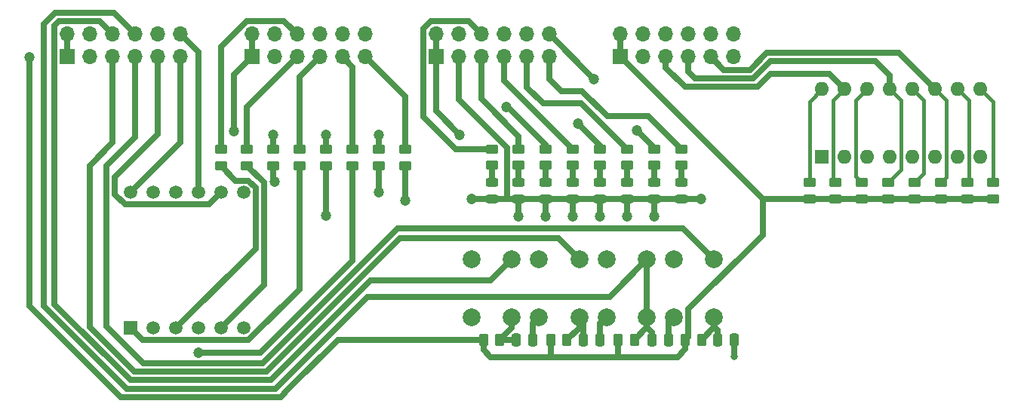
<source format=gtl>
G04 #@! TF.GenerationSoftware,KiCad,Pcbnew,7.0.5*
G04 #@! TF.CreationDate,2023-07-12T21:58:55-04:00*
G04 #@! TF.ProjectId,modulo del FPGA THT,6d6f6475-6c6f-4206-9465-6c2046504741,rev?*
G04 #@! TF.SameCoordinates,Original*
G04 #@! TF.FileFunction,Copper,L1,Top*
G04 #@! TF.FilePolarity,Positive*
%FSLAX46Y46*%
G04 Gerber Fmt 4.6, Leading zero omitted, Abs format (unit mm)*
G04 Created by KiCad (PCBNEW 7.0.5) date 2023-07-12 21:58:55*
%MOMM*%
%LPD*%
G01*
G04 APERTURE LIST*
G04 Aperture macros list*
%AMRoundRect*
0 Rectangle with rounded corners*
0 $1 Rounding radius*
0 $2 $3 $4 $5 $6 $7 $8 $9 X,Y pos of 4 corners*
0 Add a 4 corners polygon primitive as box body*
4,1,4,$2,$3,$4,$5,$6,$7,$8,$9,$2,$3,0*
0 Add four circle primitives for the rounded corners*
1,1,$1+$1,$2,$3*
1,1,$1+$1,$4,$5*
1,1,$1+$1,$6,$7*
1,1,$1+$1,$8,$9*
0 Add four rect primitives between the rounded corners*
20,1,$1+$1,$2,$3,$4,$5,0*
20,1,$1+$1,$4,$5,$6,$7,0*
20,1,$1+$1,$6,$7,$8,$9,0*
20,1,$1+$1,$8,$9,$2,$3,0*%
G04 Aperture macros list end*
G04 #@! TA.AperFunction,SMDPad,CuDef*
%ADD10RoundRect,0.250000X-0.250000X-0.475000X0.250000X-0.475000X0.250000X0.475000X-0.250000X0.475000X0*%
G04 #@! TD*
G04 #@! TA.AperFunction,SMDPad,CuDef*
%ADD11RoundRect,0.243750X0.456250X-0.243750X0.456250X0.243750X-0.456250X0.243750X-0.456250X-0.243750X0*%
G04 #@! TD*
G04 #@! TA.AperFunction,SMDPad,CuDef*
%ADD12RoundRect,0.250000X-0.450000X0.262500X-0.450000X-0.262500X0.450000X-0.262500X0.450000X0.262500X0*%
G04 #@! TD*
G04 #@! TA.AperFunction,SMDPad,CuDef*
%ADD13RoundRect,0.250000X-0.262500X-0.450000X0.262500X-0.450000X0.262500X0.450000X-0.262500X0.450000X0*%
G04 #@! TD*
G04 #@! TA.AperFunction,SMDPad,CuDef*
%ADD14RoundRect,0.250000X0.450000X-0.262500X0.450000X0.262500X-0.450000X0.262500X-0.450000X-0.262500X0*%
G04 #@! TD*
G04 #@! TA.AperFunction,ComponentPad*
%ADD15C,2.000000*%
G04 #@! TD*
G04 #@! TA.AperFunction,ComponentPad*
%ADD16R,1.700000X1.700000*%
G04 #@! TD*
G04 #@! TA.AperFunction,ComponentPad*
%ADD17O,1.700000X1.700000*%
G04 #@! TD*
G04 #@! TA.AperFunction,ComponentPad*
%ADD18R,1.600000X1.600000*%
G04 #@! TD*
G04 #@! TA.AperFunction,ComponentPad*
%ADD19O,1.600000X1.600000*%
G04 #@! TD*
G04 #@! TA.AperFunction,ComponentPad*
%ADD20R,1.500000X1.500000*%
G04 #@! TD*
G04 #@! TA.AperFunction,ComponentPad*
%ADD21C,1.500000*%
G04 #@! TD*
G04 #@! TA.AperFunction,ViaPad*
%ADD22C,1.200000*%
G04 #@! TD*
G04 #@! TA.AperFunction,ViaPad*
%ADD23C,0.800000*%
G04 #@! TD*
G04 #@! TA.AperFunction,Conductor*
%ADD24C,0.700000*%
G04 #@! TD*
G04 #@! TA.AperFunction,Conductor*
%ADD25C,0.400000*%
G04 #@! TD*
G04 APERTURE END LIST*
D10*
X130590000Y-85590000D03*
X132490000Y-85590000D03*
D11*
X123500000Y-69700000D03*
X123500000Y-67825000D03*
D12*
X126540000Y-64117500D03*
X126540000Y-65942500D03*
D11*
X111340000Y-69700000D03*
X111340000Y-67825000D03*
D13*
X104332500Y-85530000D03*
X106157500Y-85530000D03*
D12*
X83725000Y-64165000D03*
X83725000Y-65990000D03*
D14*
X143855000Y-69715000D03*
X143855000Y-67890000D03*
D11*
X114380000Y-69700000D03*
X114380000Y-67825000D03*
D13*
X126992500Y-85530000D03*
X128817500Y-85530000D03*
D14*
X149755000Y-69715000D03*
X149755000Y-67890000D03*
D15*
X103005000Y-83010000D03*
X103005000Y-76510000D03*
X107505000Y-83010000D03*
X107505000Y-76510000D03*
D10*
X115550000Y-85560000D03*
X117450000Y-85560000D03*
X107990000Y-85570000D03*
X109890000Y-85570000D03*
D14*
X140905000Y-69715000D03*
X140905000Y-67890000D03*
D12*
X89625000Y-64165000D03*
X89625000Y-65990000D03*
D14*
X158605000Y-69715000D03*
X158605000Y-67890000D03*
D16*
X119725000Y-53760000D03*
D17*
X119725000Y-51220000D03*
X122265000Y-53760000D03*
X122265000Y-51220000D03*
X124805000Y-53760000D03*
X124805000Y-51220000D03*
X127345000Y-53760000D03*
X127345000Y-51220000D03*
X129885000Y-53760000D03*
X129885000Y-51220000D03*
X132425000Y-53760000D03*
X132425000Y-51220000D03*
D11*
X117420000Y-69700000D03*
X117420000Y-67825000D03*
D12*
X114380000Y-64117500D03*
X114380000Y-65942500D03*
X111340000Y-64117500D03*
X111340000Y-65942500D03*
D13*
X119439166Y-85530000D03*
X121264166Y-85530000D03*
X111885833Y-85530000D03*
X113710833Y-85530000D03*
D18*
X142305000Y-64980000D03*
D19*
X144845000Y-64980000D03*
X147385000Y-64980000D03*
X149925000Y-64980000D03*
X152465000Y-64980000D03*
X155005000Y-64980000D03*
X157545000Y-64980000D03*
X160085000Y-64980000D03*
X160085000Y-57360000D03*
X157545000Y-57360000D03*
X155005000Y-57360000D03*
X152465000Y-57360000D03*
X149925000Y-57360000D03*
X147385000Y-57360000D03*
X144845000Y-57360000D03*
X142305000Y-57360000D03*
D12*
X86675000Y-64165000D03*
X86675000Y-65990000D03*
D10*
X123210000Y-85570000D03*
X125110000Y-85570000D03*
D12*
X80775000Y-64165000D03*
X80775000Y-65990000D03*
X123500000Y-64117500D03*
X123500000Y-65942500D03*
X92575000Y-64165000D03*
X92575000Y-65990000D03*
X117420000Y-64117500D03*
X117420000Y-65942500D03*
D16*
X57655000Y-53760000D03*
D17*
X57655000Y-51220000D03*
X60195000Y-53760000D03*
X60195000Y-51220000D03*
X62735000Y-53760000D03*
X62735000Y-51220000D03*
X65275000Y-53760000D03*
X65275000Y-51220000D03*
X67815000Y-53760000D03*
X67815000Y-51220000D03*
X70355000Y-53760000D03*
X70355000Y-51220000D03*
D20*
X64715000Y-84240000D03*
D21*
X67255000Y-84240000D03*
X69795000Y-84240000D03*
X72335000Y-84240000D03*
X74875000Y-84240000D03*
X77415000Y-84240000D03*
X77415000Y-69000000D03*
X74875000Y-69000000D03*
X72335000Y-69000000D03*
X69795000Y-69000000D03*
X67255000Y-69000000D03*
X64715000Y-69000000D03*
D12*
X108300000Y-64117500D03*
X108300000Y-65942500D03*
D14*
X155655000Y-69715000D03*
X155655000Y-67890000D03*
X146805000Y-69715000D03*
X146805000Y-67890000D03*
D12*
X95525000Y-64165000D03*
X95525000Y-65990000D03*
D14*
X152705000Y-69715000D03*
X152705000Y-67890000D03*
D15*
X118158332Y-83010000D03*
X118158332Y-76510000D03*
X122658332Y-83010000D03*
X122658332Y-76510000D03*
D12*
X74875000Y-64165000D03*
X74875000Y-65990000D03*
D16*
X78345000Y-53760000D03*
D17*
X78345000Y-51220000D03*
X80885000Y-53760000D03*
X80885000Y-51220000D03*
X83425000Y-53760000D03*
X83425000Y-51220000D03*
X85965000Y-53760000D03*
X85965000Y-51220000D03*
X88505000Y-53760000D03*
X88505000Y-51220000D03*
X91045000Y-53760000D03*
X91045000Y-51220000D03*
D14*
X161555000Y-69715000D03*
X161555000Y-67890000D03*
D11*
X108300000Y-69700000D03*
X108300000Y-67825000D03*
D15*
X125735000Y-83010000D03*
X125735000Y-76510000D03*
X130235000Y-83010000D03*
X130235000Y-76510000D03*
D12*
X77825000Y-64165000D03*
X77825000Y-65990000D03*
X105260000Y-64117500D03*
X105260000Y-65942500D03*
D11*
X126540000Y-69700000D03*
X126540000Y-67825000D03*
D12*
X120460000Y-64117500D03*
X120460000Y-65942500D03*
D11*
X120460000Y-69700000D03*
X120460000Y-67825000D03*
X105260000Y-69700000D03*
X105260000Y-67825000D03*
D15*
X110581666Y-83010000D03*
X110581666Y-76510000D03*
X115081666Y-83010000D03*
X115081666Y-76510000D03*
D16*
X99035000Y-53760000D03*
D17*
X99035000Y-51220000D03*
X101575000Y-53760000D03*
X101575000Y-51220000D03*
X104115000Y-53760000D03*
X104115000Y-51220000D03*
X106655000Y-53760000D03*
X106655000Y-51220000D03*
X109195000Y-53760000D03*
X109195000Y-51220000D03*
X111735000Y-53760000D03*
X111735000Y-51220000D03*
D22*
X103055000Y-69700000D03*
X120465000Y-71650000D03*
X111335000Y-71650000D03*
X117425000Y-71650000D03*
X114385000Y-71650000D03*
D23*
X132470000Y-87430000D03*
D22*
X108295000Y-71660000D03*
X128735000Y-69700000D03*
X123495000Y-71650000D03*
X76335000Y-62080000D03*
X101675000Y-62490000D03*
X53435000Y-53800000D03*
X80775000Y-62520000D03*
X86675000Y-62520000D03*
X92575000Y-62530000D03*
X106925000Y-59420000D03*
X114965000Y-61220000D03*
X121595000Y-62030000D03*
X116745000Y-56230000D03*
X95525000Y-69920000D03*
X92605000Y-68990000D03*
X72345000Y-86980000D03*
X86675000Y-71549500D03*
X80909198Y-67767340D03*
D24*
X123500000Y-69700000D02*
X123500000Y-71645000D01*
X106999999Y-69664999D02*
X107035000Y-69700000D01*
X126540000Y-69700000D02*
X128735000Y-69700000D01*
X101575000Y-53760000D02*
X101575000Y-58510000D01*
X117420000Y-71645000D02*
X117425000Y-71650000D01*
X105260000Y-69700000D02*
X103055000Y-69700000D01*
X132470000Y-85610000D02*
X132490000Y-85590000D01*
X117450000Y-85560000D02*
X117450000Y-83718332D01*
X114380000Y-71645000D02*
X114385000Y-71650000D01*
X108300000Y-71655000D02*
X108295000Y-71660000D01*
X109890000Y-83701666D02*
X110581666Y-83010000D01*
X107035000Y-69700000D02*
X105260000Y-69700000D01*
X117450000Y-83718332D02*
X118158332Y-83010000D01*
X125110000Y-83635000D02*
X125735000Y-83010000D01*
X123500000Y-71645000D02*
X123495000Y-71650000D01*
X106999999Y-63934999D02*
X106999999Y-69664999D01*
X111340000Y-69700000D02*
X111340000Y-71645000D01*
X125110000Y-85570000D02*
X125110000Y-83635000D01*
X114380000Y-69700000D02*
X114380000Y-71645000D01*
X120460000Y-69700000D02*
X120460000Y-71645000D01*
X111340000Y-71645000D02*
X111335000Y-71650000D01*
X120460000Y-71645000D02*
X120465000Y-71650000D01*
X132470000Y-87430000D02*
X132470000Y-85610000D01*
X101575000Y-58510000D02*
X106999999Y-63934999D01*
X109890000Y-85570000D02*
X109890000Y-83701666D01*
X126540000Y-69700000D02*
X107035000Y-69700000D01*
X108300000Y-69700000D02*
X108300000Y-71655000D01*
X117420000Y-69700000D02*
X117420000Y-71645000D01*
X105260000Y-65942500D02*
X105260000Y-67825000D01*
X108300000Y-67825000D02*
X108300000Y-65942500D01*
X111340000Y-65942500D02*
X111340000Y-67825000D01*
X114380000Y-67825000D02*
X114380000Y-65942500D01*
X117420000Y-65942500D02*
X117420000Y-67825000D01*
X120460000Y-67825000D02*
X120460000Y-65942500D01*
X123500000Y-65942500D02*
X123500000Y-67825000D01*
X126540000Y-67825000D02*
X126540000Y-65942500D01*
X99035000Y-51220000D02*
X99035000Y-53760000D01*
X76335000Y-55770000D02*
X76335000Y-62080000D01*
X78345000Y-51220000D02*
X78345000Y-53760000D01*
X135680000Y-73775000D02*
X135680000Y-69715000D01*
X104332500Y-85530000D02*
X104332500Y-86647500D01*
X63685000Y-91980000D02*
X60195000Y-88490000D01*
X60195000Y-88490000D02*
X53435000Y-81730000D01*
X126090000Y-87470000D02*
X126992500Y-86567500D01*
X119439166Y-85530000D02*
X119439166Y-87464166D01*
X99035000Y-53760000D02*
X99035000Y-59850000D01*
X161555000Y-69715000D02*
X135680000Y-69715000D01*
X105155000Y-87470000D02*
X111715000Y-87470000D01*
X125052500Y-87470000D02*
X126090000Y-87470000D01*
X104332500Y-85530000D02*
X88015000Y-85530000D01*
X82475000Y-91070000D02*
X81565000Y-91980000D01*
X127335000Y-85187500D02*
X127335000Y-82120000D01*
X104332500Y-86647500D02*
X105155000Y-87470000D01*
X57655000Y-51220000D02*
X57655000Y-53760000D01*
X81565000Y-91980000D02*
X63685000Y-91980000D01*
X111715000Y-87470000D02*
X119445000Y-87470000D01*
X126992500Y-85530000D02*
X127335000Y-85187500D01*
X53435000Y-81730000D02*
X53435000Y-53800000D01*
X111885833Y-87299167D02*
X111715000Y-87470000D01*
X99035000Y-59850000D02*
X101675000Y-62490000D01*
X135680000Y-69715000D02*
X119725000Y-53760000D01*
X78345000Y-53760000D02*
X76335000Y-55770000D01*
X119445000Y-87470000D02*
X125052500Y-87470000D01*
X127335000Y-82120000D02*
X135680000Y-73775000D01*
X111885833Y-85530000D02*
X111885833Y-87299167D01*
X88015000Y-85530000D02*
X82475000Y-91070000D01*
X126992500Y-86567500D02*
X126992500Y-85530000D01*
X119439166Y-87464166D02*
X119445000Y-87470000D01*
X119725000Y-51220000D02*
X119725000Y-53760000D01*
X60175000Y-84130000D02*
X65175000Y-89130000D01*
X60175000Y-65970000D02*
X60175000Y-84130000D01*
X80015000Y-89130000D02*
X94985000Y-74160000D01*
X65175000Y-89130000D02*
X80015000Y-89130000D01*
X115550000Y-85560000D02*
X115550000Y-83478334D01*
X62735000Y-63410000D02*
X60175000Y-65970000D01*
X94985000Y-74160000D02*
X112731666Y-74160000D01*
X115550000Y-83478334D02*
X115081666Y-83010000D01*
X115081666Y-83010000D02*
X115081666Y-84159167D01*
X62735000Y-53760000D02*
X62735000Y-63410000D01*
X115081666Y-84159167D02*
X113710833Y-85530000D01*
X112731666Y-74160000D02*
X115081666Y-76510000D01*
X106157500Y-85530000D02*
X107950000Y-85530000D01*
X107505000Y-83010000D02*
X107505000Y-84182500D01*
X80485000Y-90080000D02*
X91665000Y-78900000D01*
X107505000Y-84182500D02*
X106157500Y-85530000D01*
X61285000Y-49770000D02*
X56665000Y-49770000D01*
X56665000Y-49770000D02*
X56205000Y-50230000D01*
X64715000Y-90080000D02*
X80485000Y-90080000D01*
X62735000Y-51220000D02*
X61285000Y-49770000D01*
X107950000Y-85530000D02*
X107990000Y-85570000D01*
X56205000Y-50230000D02*
X56205000Y-81570000D01*
X91665000Y-78900000D02*
X105115000Y-78900000D01*
X56205000Y-81570000D02*
X64715000Y-90080000D01*
X105115000Y-78900000D02*
X107505000Y-76510000D01*
X126755000Y-73030000D02*
X130235000Y-76510000D01*
X94705000Y-73030000D02*
X126755000Y-73030000D01*
X65275000Y-53760000D02*
X65275000Y-62770000D01*
X130590000Y-84467500D02*
X130235000Y-84112500D01*
X79555000Y-88180000D02*
X94705000Y-73030000D01*
X65275000Y-62770000D02*
X62035000Y-66010000D01*
X130235000Y-83010000D02*
X130235000Y-84112500D01*
X66215000Y-88180000D02*
X79555000Y-88180000D01*
X62035000Y-66010000D02*
X62035000Y-84000000D01*
X62035000Y-84000000D02*
X66215000Y-88180000D01*
X130235000Y-84112500D02*
X128817500Y-85530000D01*
X130590000Y-85590000D02*
X130590000Y-84467500D01*
X62875000Y-48820000D02*
X56271498Y-48820000D01*
X122658332Y-84135834D02*
X121264166Y-85530000D01*
X55035000Y-81743502D02*
X64321498Y-91030000D01*
X91355000Y-80690000D02*
X118478332Y-80690000D01*
X56271498Y-48820000D02*
X55035000Y-50056498D01*
X118478332Y-80690000D02*
X122658332Y-76510000D01*
X65275000Y-51220000D02*
X62875000Y-48820000D01*
X122658332Y-83010000D02*
X122658332Y-84135834D01*
X64321498Y-91030000D02*
X81015000Y-91030000D01*
X123210000Y-84687502D02*
X122658332Y-84135834D01*
X81015000Y-91030000D02*
X91355000Y-80690000D01*
X123210000Y-85570000D02*
X123210000Y-84687502D01*
X55035000Y-50056498D02*
X55035000Y-81743502D01*
X122658332Y-83010000D02*
X122658332Y-76510000D01*
X73525000Y-70350000D02*
X74875000Y-69000000D01*
X64155811Y-70350000D02*
X73525000Y-70350000D01*
X62985000Y-69179189D02*
X64155811Y-70350000D01*
X62985000Y-67280000D02*
X62985000Y-69179189D01*
X67815000Y-53760000D02*
X67815000Y-62450000D01*
X67815000Y-62450000D02*
X62985000Y-67280000D01*
X70355000Y-63360000D02*
X64715000Y-69000000D01*
X70355000Y-53760000D02*
X70355000Y-63360000D01*
X70355000Y-51220000D02*
X72335000Y-53200000D01*
X72335000Y-53200000D02*
X72335000Y-69000000D01*
X77825000Y-64165000D02*
X77825000Y-59360000D01*
X77825000Y-59360000D02*
X83425000Y-53760000D01*
X77744390Y-49770000D02*
X81975000Y-49770000D01*
X74875000Y-64165000D02*
X74875000Y-52639390D01*
X74875000Y-52639390D02*
X77744390Y-49770000D01*
X81975000Y-49770000D02*
X83425000Y-51220000D01*
X83725000Y-64165000D02*
X83725000Y-56000000D01*
X83725000Y-56000000D02*
X85965000Y-53760000D01*
X80775000Y-64165000D02*
X80775000Y-62520000D01*
X89625000Y-54880000D02*
X88505000Y-53760000D01*
X89625000Y-64165000D02*
X89625000Y-54880000D01*
X86675000Y-64165000D02*
X86675000Y-62520000D01*
X95525000Y-58240000D02*
X91045000Y-53760000D01*
X95525000Y-64165000D02*
X95525000Y-58240000D01*
X92575000Y-64165000D02*
X92575000Y-62530000D01*
X104115000Y-53760000D02*
X104115000Y-58500000D01*
X104115000Y-58500000D02*
X108300000Y-62685000D01*
X108300000Y-62685000D02*
X108300000Y-64117500D01*
X102665000Y-49770000D02*
X104115000Y-51220000D01*
X97585000Y-50619390D02*
X98434390Y-49770000D01*
X105260000Y-64117500D02*
X101252500Y-64117500D01*
X98434390Y-49770000D02*
X102665000Y-49770000D01*
X101252500Y-64117500D02*
X97585000Y-60450000D01*
X97585000Y-60450000D02*
X97585000Y-50619390D01*
X106655000Y-53760000D02*
X106655000Y-56392500D01*
X106655000Y-56392500D02*
X114380000Y-64117500D01*
X111340000Y-63665000D02*
X111340000Y-64117500D01*
X107095000Y-59420000D02*
X111340000Y-63665000D01*
X106925000Y-59420000D02*
X107095000Y-59420000D01*
X115332500Y-58990000D02*
X111035000Y-58990000D01*
X109195000Y-57150000D02*
X109195000Y-53760000D01*
X111035000Y-58990000D02*
X109195000Y-57150000D01*
X120460000Y-64117500D02*
X115332500Y-58990000D01*
X117420000Y-64117500D02*
X117420000Y-63675000D01*
X117420000Y-63675000D02*
X114965000Y-61220000D01*
X118245000Y-60420000D02*
X122842500Y-60420000D01*
X113095000Y-57590000D02*
X115415000Y-57590000D01*
X115415000Y-57590000D02*
X118245000Y-60420000D01*
X111735000Y-56230000D02*
X113095000Y-57590000D01*
X111735000Y-53760000D02*
X111735000Y-56230000D01*
X122842500Y-60420000D02*
X126540000Y-64117500D01*
X123500000Y-63935000D02*
X121595000Y-62030000D01*
X116745000Y-56230000D02*
X111735000Y-51220000D01*
X123500000Y-64117500D02*
X123500000Y-63935000D01*
X124805000Y-54962081D02*
X126952919Y-57110000D01*
D25*
X143595000Y-58610000D02*
X144845000Y-57360000D01*
D24*
X143155000Y-55670000D02*
X144845000Y-57360000D01*
X124805000Y-53760000D02*
X124805000Y-54962081D01*
X136505000Y-55670000D02*
X143155000Y-55670000D01*
D25*
X143855000Y-67890000D02*
X143595000Y-67630000D01*
D24*
X135065000Y-57110000D02*
X136505000Y-55670000D01*
X126952919Y-57110000D02*
X135065000Y-57110000D01*
D25*
X143595000Y-67630000D02*
X143595000Y-58610000D01*
X140905000Y-67890000D02*
X140905000Y-58760000D01*
X140905000Y-58760000D02*
X142305000Y-57360000D01*
D24*
X136538502Y-54260000D02*
X148335000Y-54260000D01*
X148335000Y-54260000D02*
X149925000Y-55850000D01*
D25*
X149755000Y-67890000D02*
X151215000Y-66430000D01*
X151215000Y-58650000D02*
X149925000Y-57360000D01*
D24*
X127345000Y-53760000D02*
X127345000Y-55420000D01*
X128085000Y-56160000D02*
X134638502Y-56160000D01*
X134638502Y-56160000D02*
X136538502Y-54260000D01*
X127345000Y-55420000D02*
X128085000Y-56160000D01*
D25*
X151215000Y-66430000D02*
X151215000Y-58650000D01*
D24*
X149925000Y-55850000D02*
X149925000Y-57360000D01*
D25*
X146115000Y-67200000D02*
X146115000Y-58630000D01*
X146805000Y-67890000D02*
X146115000Y-67200000D01*
X146115000Y-58630000D02*
X147385000Y-57360000D01*
D24*
X134245000Y-55210000D02*
X136145000Y-53310000D01*
X136145000Y-53310000D02*
X150955000Y-53310000D01*
X129885000Y-53760000D02*
X131335000Y-55210000D01*
X150955000Y-53310000D02*
X155005000Y-57360000D01*
D25*
X156255000Y-58610000D02*
X155005000Y-57360000D01*
X156255000Y-67290000D02*
X156255000Y-58610000D01*
X155655000Y-67890000D02*
X156255000Y-67290000D01*
D24*
X131335000Y-55210000D02*
X134245000Y-55210000D01*
D25*
X153715000Y-58610000D02*
X152465000Y-57360000D01*
X153715000Y-66880000D02*
X153715000Y-58610000D01*
X152705000Y-67890000D02*
X153715000Y-66880000D01*
X161555000Y-58830000D02*
X160085000Y-57360000D01*
X161555000Y-67890000D02*
X161555000Y-58830000D01*
X158795000Y-58610000D02*
X157545000Y-57360000D01*
X158795000Y-67700000D02*
X158795000Y-58610000D01*
X158605000Y-67890000D02*
X158795000Y-67700000D01*
D24*
X95525000Y-65990000D02*
X95525000Y-69920000D01*
X92575000Y-68960000D02*
X92605000Y-68990000D01*
X92575000Y-65990000D02*
X92575000Y-68960000D01*
X72345000Y-86980000D02*
X79271193Y-86980000D01*
X79271193Y-86980000D02*
X89625000Y-76626193D01*
X89625000Y-76626193D02*
X89625000Y-65990000D01*
X86675000Y-65990000D02*
X86675000Y-71549500D01*
X66065000Y-85590000D02*
X64715000Y-84240000D01*
X77974189Y-85590000D02*
X66065000Y-85590000D01*
X83725000Y-79839189D02*
X77974189Y-85590000D01*
X83725000Y-65990000D02*
X83725000Y-79839189D01*
X80775000Y-67633142D02*
X80775000Y-65990000D01*
X80909198Y-67767340D02*
X80775000Y-67633142D01*
X79715000Y-67880000D02*
X79715000Y-79400000D01*
X79715000Y-79400000D02*
X74875000Y-84240000D01*
X77825000Y-65990000D02*
X79715000Y-67880000D01*
X77974189Y-67650000D02*
X78765000Y-68440811D01*
X76535000Y-67650000D02*
X77974189Y-67650000D01*
X74875000Y-65990000D02*
X76535000Y-67650000D01*
X78765000Y-75270000D02*
X69795000Y-84240000D01*
X78765000Y-68440811D02*
X78765000Y-75270000D01*
M02*

</source>
